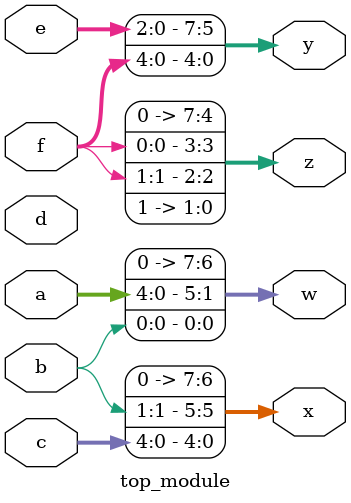
<source format=sv>
module top_module (
	input [4:0] a,
	input [4:0] b,
	input [4:0] c,
	input [4:0] d,
	input [4:0] e,
	input [4:0] f,
	output [7:0] w,
	output [7:0] x,
	output [7:0] y,
	output [7:0] z
);

	assign w = {a, b[0]};
	assign x = {b[1], c};
	assign y = {d, e, f};
	assign z = {f[0], f[1], 2'b11};

endmodule

</source>
